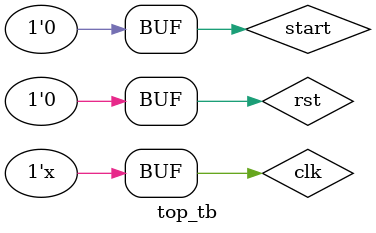
<source format=sv>


//    logic clk;
//    logic rst;
//    logic start;
    
//    // Outputs
//    logic signed [15:0] C [0:15][0:15];
//    logic done;

//    // Instantiate the DUT (Device Under Test)
//    strassen_matrix_mult uut (
//        .clk(clk),
//        .rst(rst),
//        .start(start),
//        .C(C),
//        .done(done)
//    );

//    // Clock generation
//    always begin
//        #5 clk = ~clk; // Generate a 10ns period clock
//    end

//    initial begin
//        // Initialize inputs
//        clk = 0;
//        rst = 1;
//        start = 0;

//        // Apply reset
//        #20;
//        rst = 0;
//        start = 1;
        
//        #10
//        start = 0;

//        // Wait for operation to complete
////        wait (done);

//        // Stop the simulation after completion
////        #20;
////        $display("Matrix Multiplication Completed");
////        $finish;
//    end

//endmodule



`timescale 1ns / 1ps
module top_tb;
    // Inputs
    logic clk;
    logic rst;
    logic start;
    
    // Outputs
    logic [4095:0] C;  // 16*16*16 = 4096 bits (256 elements * 16 bits each)
    logic done;
    
    // Instantiate the DUT (Device Under Test)
    top uut (
        .clk(clk),
        .rst(rst),
        .start(start),
        .C(C),
        .done(done)
    );
    
    // Clock generation
    always begin
        #5 clk = ~clk; // Generate a 10ns period clock
    end
    
    // Variables for result display
    int i, j;
//    logic signed [15:0] C_2D [0:15][0:15];
    
    // Function to convert wide bus to 2D array for display
//    task extract_matrix();
//        for (i = 0; i < 16; i++) begin
//            for (j = 0; j < 16; j++) begin
//                C_2D[i][j] = C[(i*16+j)*16 +: 16];
//            end
//        end
//    endtask
    
    initial begin
        // Initialize inputs
        clk = 0;
        rst = 1;
        start = 0;
        
        // Apply reset
        #2000;
        rst = 0;
        start = 1;
        
        #1000
        start = 0;
        
        // Wait for operation to complete
//        wait (done);
        
//        // Extract and display the results
//        extract_matrix();
//        $display("Matrix Multiplication Results:");
//        for (i = 0; i < 16; i++) begin
//            for (j = 0; j < 16; j++) begin
//                $write("%6d ", C_2D[i][j]);
//            end
//            $display("");
//        end
        
//        // Stop the simulation after displaying results
//        #20;
//        $display("Matrix Multiplication Completed");
//        $finish;
    end
    
//    // Optional: Add a timeout to prevent infinite simulation
//    initial begin
//        #100000; // 100 microseconds timeout
//        $display("Simulation timeout - done signal not asserted");
//        $finish;
//    end
    
//    // Optional: Generate VCD file for waveform viewing
//    initial begin
//        $dumpfile("top_strassen.vcd");
//        $dumpvars(0, top_tb);
//    end
endmodule

</source>
